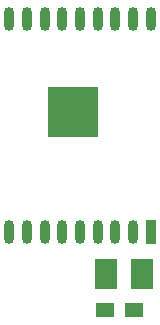
<source format=gbp>
%TF.GenerationSoftware,KiCad,Pcbnew,(2017-11-08 revision cd21218)-HEAD*%
%TF.CreationDate,2018-01-31T17:48:04+02:00*%
%TF.ProjectId,esp8266_uno,657370383236365F756E6F2E6B696361,rev?*%
%TF.SameCoordinates,Original*%
%TF.FileFunction,Paste,Bot*%
%TF.FilePolarity,Positive*%
%FSLAX46Y46*%
G04 Gerber Fmt 4.6, Leading zero omitted, Abs format (unit mm)*
G04 Created by KiCad (PCBNEW (2017-11-08 revision cd21218)-HEAD) date Wed Jan 31 17:48:04 2018*
%MOMM*%
%LPD*%
G01*
G04 APERTURE LIST*
%ADD10R,1.500000X1.250000*%
%ADD11R,1.950000X2.500000*%
%ADD12O,0.900000X2.000000*%
%ADD13R,0.900000X2.000000*%
%ADD14R,4.300000X4.300000*%
G04 APERTURE END LIST*
D10*
X168803000Y-127508000D03*
X171303000Y-127508000D03*
D11*
X171959000Y-124460000D03*
X168909000Y-124460000D03*
D12*
X160720000Y-102904000D03*
X160720000Y-120904000D03*
D13*
X172720000Y-120904000D03*
D12*
X171220000Y-120904000D03*
X169720000Y-120904000D03*
X168220000Y-120904000D03*
X166720000Y-120904000D03*
X165220000Y-120904000D03*
X163720000Y-120904000D03*
X162220000Y-120904000D03*
X162220000Y-102904000D03*
X163720000Y-102904000D03*
X165220000Y-102904000D03*
X166720000Y-102904000D03*
X168220000Y-102904000D03*
X169720000Y-102904000D03*
X171220000Y-102904000D03*
X172720000Y-102904000D03*
D14*
X166140000Y-110784000D03*
M02*

</source>
